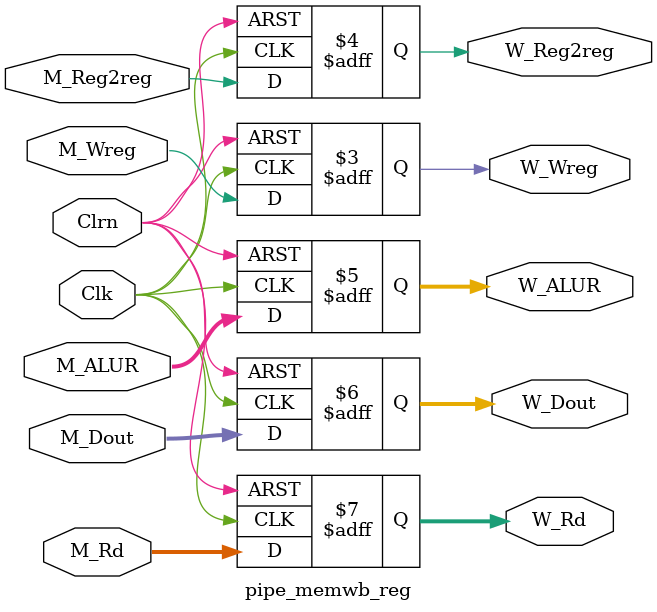
<source format=v>
`timescale 1ns / 1ps
module pipe_memwb_reg(Clk,Clrn,M_Wreg,M_Reg2reg,M_ALUR,M_Dout,M_Rd,W_Wreg,W_Reg2reg,W_ALUR,W_Dout,W_Rd);
    input Clk,Clrn;
    input M_Wreg,M_Reg2reg;
    input [31:0]M_ALUR,M_Dout;
    input [4:0]M_Rd;
    output reg W_Wreg,W_Reg2reg;
    output reg [31:0]W_ALUR,W_Dout;
    output reg [4:0]W_Rd;
    always@ (posedge Clk or negedge Clrn)
        if(Clrn==0)begin
            W_Wreg<=0;          W_Reg2reg<=0;
            W_ALUR<=0;          W_Dout<=0;
            W_Rd<=0;
        end else begin
            W_Wreg<=M_Wreg;     W_Reg2reg<=M_Reg2reg;
            W_ALUR<=M_ALUR;     W_Dout<=M_Dout;
            W_Rd<=M_Rd;
        end
endmodule

</source>
